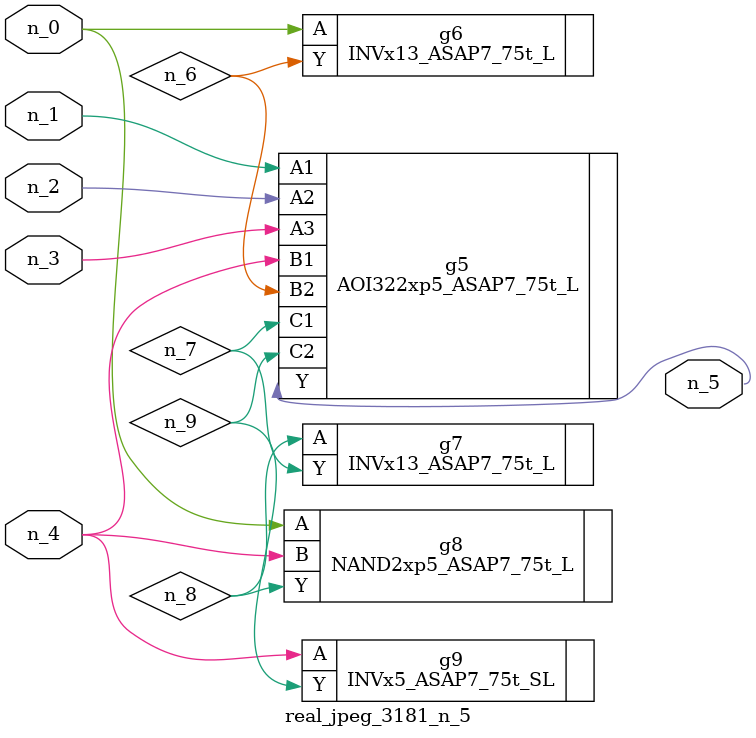
<source format=v>
module real_jpeg_3181_n_5 (n_4, n_0, n_1, n_2, n_3, n_5);

input n_4;
input n_0;
input n_1;
input n_2;
input n_3;

output n_5;

wire n_8;
wire n_6;
wire n_7;
wire n_9;

INVx13_ASAP7_75t_L g6 ( 
.A(n_0),
.Y(n_6)
);

NAND2xp5_ASAP7_75t_L g8 ( 
.A(n_0),
.B(n_4),
.Y(n_8)
);

AOI322xp5_ASAP7_75t_L g5 ( 
.A1(n_1),
.A2(n_2),
.A3(n_3),
.B1(n_4),
.B2(n_6),
.C1(n_7),
.C2(n_9),
.Y(n_5)
);

INVx5_ASAP7_75t_SL g9 ( 
.A(n_4),
.Y(n_9)
);

INVx13_ASAP7_75t_L g7 ( 
.A(n_8),
.Y(n_7)
);


endmodule
</source>
